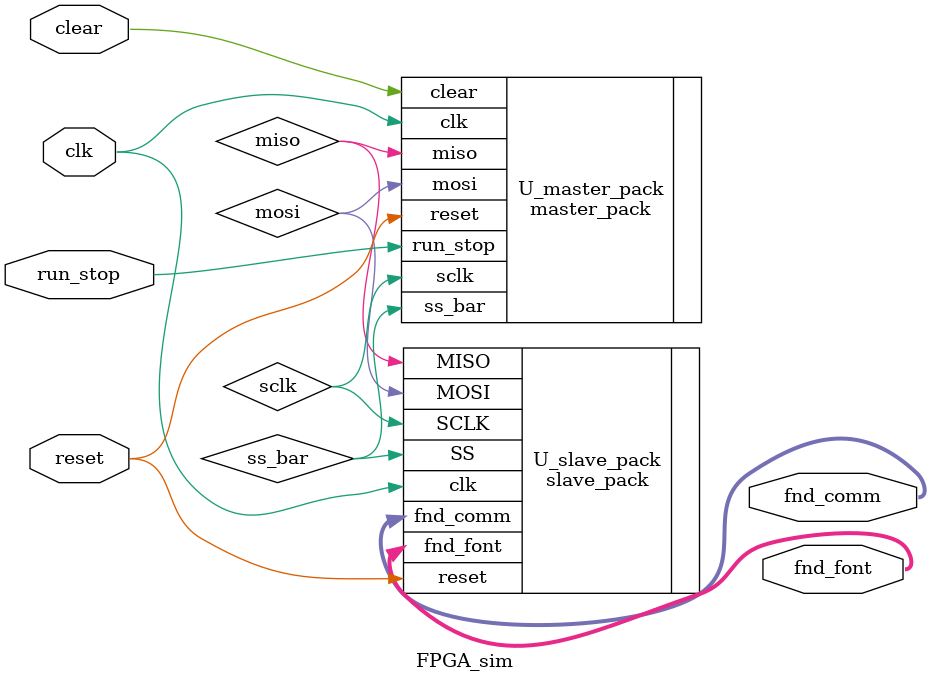
<source format=sv>
`timescale 1ns / 1ps

module FPGA_sim(
    input logic clk,
    input logic reset,
    input logic clear,
    input logic run_stop,
    output logic [7:0] fnd_font,
    output logic [3:0] fnd_comm
);

logic       sclk;
logic       mosi;
logic       miso;
logic       ss_bar;

master_pack U_master_pack(
    //global signal
    .clk   (clk),
    .reset (reset),
    .clear (clear),
    .run_stop(run_stop),
    
    //external ports
    .sclk   (sclk),
    .mosi   (mosi),
    .miso   (miso),
    .ss_bar (ss_bar)
);

slave_pack U_slave_pack(
    .clk  (clk),   // 내부 동기 클럭(예: 100MHz)
    .reset(reset),

    // SPI pins
    .SCLK (sclk),  // 외부 SPI SCLK
    .MOSI (mosi),
    .MISO (miso),  // 현재 미사용(Z)
    .SS   (ss_bar),    // Active-Low

    // 7-seg
    .fnd_font (fnd_font),
    .fnd_comm (fnd_comm)
);

endmodule


</source>
